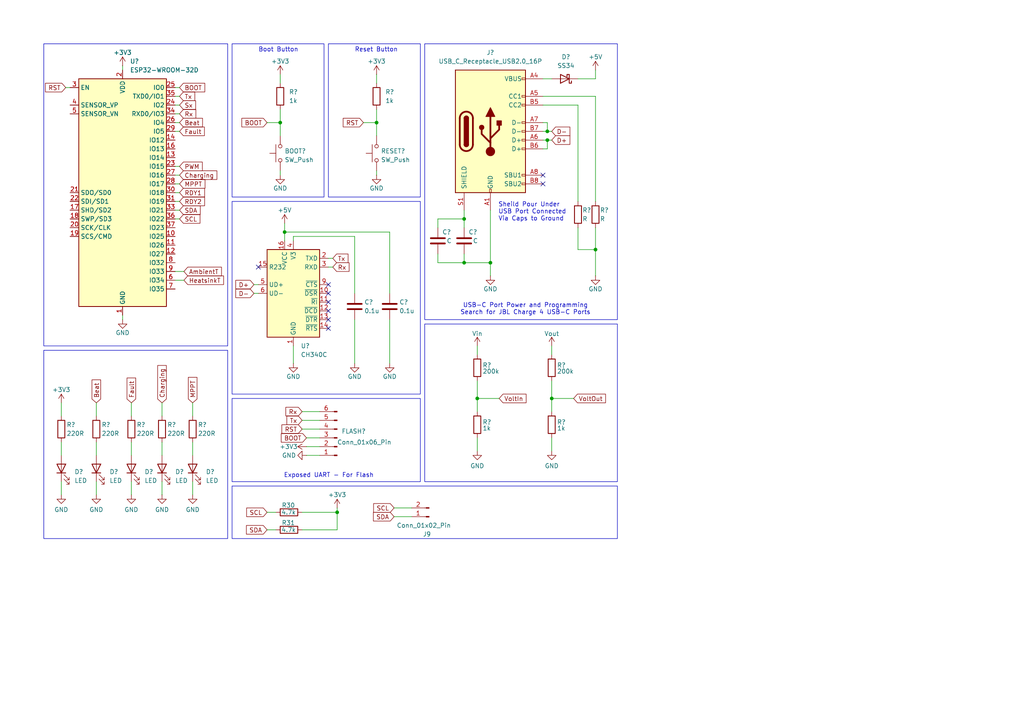
<source format=kicad_sch>
(kicad_sch (version 20250114) (generator "eeschema") (generator_version "9.0")
  (paper "A4")
  (lib_symbols
    (symbol "Connector:Conn_01x02_Pin" (pin_names (offset 1.016) (hide yes))
      (property "Reference" "J" (at 0 2.54 0))
      (property "Value" "Conn_01x02_Pin" (at 0 -5.08 0))
      (symbol "Conn_01x02_Pin_1_1"
        (rectangle (start 0.8636 0.127) (end 0 -0.127) (stroke (width 0.1524)) (fill (type outline)))
        (rectangle (start 0.8636 -2.413) (end 0 -2.667) (stroke (width 0.1524)) (fill (type outline)))
        (polyline (pts (xy 1.27 0) (xy 0.8636 0)) (stroke (width 0.1524)))
        (polyline (pts (xy 1.27 -2.54) (xy 0.8636 -2.54)) (stroke (width 0.1524)))
        (pin passive line (at 5.08 0 180) (length 3.81) (name "Pin_1") (number "1"))
        (pin passive line (at 5.08 -2.54 180) (length 3.81) (name "Pin_2") (number "2"))
      )
    )
    (symbol "Connector:Conn_01x06_Pin" (pin_names (offset 1.016) (hide yes))
      (property "Reference" "J" (at 0 7.62 0))
      (property "Value" "Conn_01x06_Pin" (at 0 -10.16 0))
      (symbol "Conn_01x06_Pin_1_1"
        (rectangle (start 0.8636 5.207) (end 0 4.953) (stroke (width 0.1524)) (fill (type outline)))
        (rectangle (start 0.8636 2.667) (end 0 2.413) (stroke (width 0.1524)) (fill (type outline)))
        (rectangle (start 0.8636 0.127) (end 0 -0.127) (stroke (width 0.1524)) (fill (type outline)))
        (rectangle (start 0.8636 -2.413) (end 0 -2.667) (stroke (width 0.1524)) (fill (type outline)))
        (rectangle (start 0.8636 -4.953) (end 0 -5.207) (stroke (width 0.1524)) (fill (type outline)))
        (rectangle (start 0.8636 -7.493) (end 0 -7.747) (stroke (width 0.1524)) (fill (type outline)))
        (polyline (pts (xy 1.27 5.08) (xy 0.8636 5.08)) (stroke (width 0.1524)))
        (polyline (pts (xy 1.27 2.54) (xy 0.8636 2.54)) (stroke (width 0.1524)))
        (polyline (pts (xy 1.27 0) (xy 0.8636 0)) (stroke (width 0.1524)))
        (polyline (pts (xy 1.27 -2.54) (xy 0.8636 -2.54)) (stroke (width 0.1524)))
        (polyline (pts (xy 1.27 -5.08) (xy 0.8636 -5.08)) (stroke (width 0.1524)))
        (polyline (pts (xy 1.27 -7.62) (xy 0.8636 -7.62)) (stroke (width 0.1524)))
        (pin passive line (at 5.08 5.08 180) (length 3.81) (name "Pin_1") (number "1"))
        (pin passive line (at 5.08 2.54 180) (length 3.81) (name "Pin_2") (number "2"))
        (pin passive line (at 5.08 0 180) (length 3.81) (name "Pin_3") (number "3"))
        (pin passive line (at 5.08 -2.54 180) (length 3.81) (name "Pin_4") (number "4"))
        (pin passive line (at 5.08 -5.08 180) (length 3.81) (name "Pin_5") (number "5"))
        (pin passive line (at 5.08 -7.62 180) (length 3.81) (name "Pin_6") (number "6"))
      )
    )
    (symbol "Connector:USB_C_Receptacle_USB2.0_16P" (pin_names (offset 1.016))
      (property "Reference" "J" (at 0 22.225 0))
      (property "Value" "USB_C_Receptacle_USB2.0_16P" (at 0 19.685 0))
      (symbol "USB_C_Receptacle_USB2.0_16P_0_0"
        (rectangle (start -0.254 -17.78) (end 0.254 -16.764))
        (rectangle (start 10.16 15.494) (end 9.144 14.986))
        (rectangle (start 10.16 10.414) (end 9.144 9.906))
        (rectangle (start 10.16 7.874) (end 9.144 7.366))
        (rectangle (start 10.16 2.794) (end 9.144 2.286))
        (rectangle (start 10.16 0.254) (end 9.144 -0.254))
        (rectangle (start 10.16 -2.286) (end 9.144 -2.794))
        (rectangle (start 10.16 -4.826) (end 9.144 -5.334))
        (rectangle (start 10.16 -12.446) (end 9.144 -12.954))
        (rectangle (start 10.16 -14.986) (end 9.144 -15.494))
      )
      (symbol "USB_C_Receptacle_USB2.0_16P_0_1"
        (rectangle (start -10.16 17.78) (end 10.16 -17.78) (stroke (width 0.254)) (fill (type background)))
        (polyline (pts (xy -8.89 -3.81) (xy -8.89 3.81)) (stroke (width 0.508)))
        (rectangle (start -7.62 -3.81) (end -6.35 3.81) (stroke (width 0.254)) (fill (type outline)))
        (arc (start -7.62 3.81) (mid -6.985 4.4423) (end -6.35 3.81) (stroke (width 0.254)))
        (arc (start -7.62 3.81) (mid -6.985 4.4423) (end -6.35 3.81) (stroke (width 0.254)) (fill (type outline)))
        (arc (start -8.89 3.81) (mid -6.985 5.7067) (end -5.08 3.81) (stroke (width 0.508)))
        (arc (start -5.08 -3.81) (mid -6.985 -5.7067) (end -8.89 -3.81) (stroke (width 0.508)))
        (arc (start -6.35 -3.81) (mid -6.985 -4.4423) (end -7.62 -3.81) (stroke (width 0.254)))
        (arc (start -6.35 -3.81) (mid -6.985 -4.4423) (end -7.62 -3.81) (stroke (width 0.254)) (fill (type outline)))
        (polyline (pts (xy -5.08 3.81) (xy -5.08 -3.81)) (stroke (width 0.508)))
        (circle (center -2.54 1.143) (radius 0.635) (stroke (width 0.254)) (fill (type outline)))
        (polyline (pts (xy -1.27 4.318) (xy 0 6.858) (xy 1.27 4.318) (xy -1.27 4.318)) (stroke (width 0.254)) (fill (type outline)))
        (polyline (pts (xy 0 -2.032) (xy 2.54 0.508) (xy 2.54 1.778)) (stroke (width 0.508)))
        (polyline (pts (xy 0 -3.302) (xy -2.54 -0.762) (xy -2.54 0.508)) (stroke (width 0.508)))
        (polyline (pts (xy 0 -5.842) (xy 0 4.318)) (stroke (width 0.508)))
        (circle (center 0 -5.842) (radius 1.27) (fill (type outline)))
        (rectangle (start 1.905 1.778) (end 3.175 3.048) (stroke (width 0.254)) (fill (type outline)))
      )
      (symbol "USB_C_Receptacle_USB2.0_16P_1_1"
        (pin passive line (at -7.62 -22.86 90) (length 5.08) (name "SHIELD") (number "S1"))
        (pin passive line (at 0 -22.86 90) (length 5.08) (name "GND") (number "A1"))
        (pin passive line (at 0 -22.86 90) (length 5.08) (hide yes) (name "GND") (number "A12"))
        (pin passive line (at 0 -22.86 90) (length 5.08) (hide yes) (name "GND") (number "B1"))
        (pin passive line (at 0 -22.86 90) (length 5.08) (hide yes) (name "GND") (number "B12"))
        (pin passive line (at 15.24 15.24 180) (length 5.08) (name "VBUS") (number "A4"))
        (pin passive line (at 15.24 15.24 180) (length 5.08) (hide yes) (name "VBUS") (number "A9"))
        (pin passive line (at 15.24 15.24 180) (length 5.08) (hide yes) (name "VBUS") (number "B4"))
        (pin passive line (at 15.24 15.24 180) (length 5.08) (hide yes) (name "VBUS") (number "B9"))
        (pin bidirectional line (at 15.24 10.16 180) (length 5.08) (name "CC1") (number "A5"))
        (pin bidirectional line (at 15.24 7.62 180) (length 5.08) (name "CC2") (number "B5"))
        (pin bidirectional line (at 15.24 2.54 180) (length 5.08) (name "D-") (number "A7"))
        (pin bidirectional line (at 15.24 0 180) (length 5.08) (name "D-") (number "B7"))
        (pin bidirectional line (at 15.24 -2.54 180) (length 5.08) (name "D+") (number "A6"))
        (pin bidirectional line (at 15.24 -5.08 180) (length 5.08) (name "D+") (number "B6"))
        (pin bidirectional line (at 15.24 -12.7 180) (length 5.08) (name "SBU1") (number "A8"))
        (pin bidirectional line (at 15.24 -15.24 180) (length 5.08) (name "SBU2") (number "B8"))
      )
    )
    (symbol "Device:C" (pin_numbers (hide yes)) (pin_names (offset 0.254))
      (property "Reference" "C" (at 0.635 2.54 0))
      (property "Value" "C" (at 0.635 -2.54 0))
      (symbol "C_0_1"
        (polyline (pts (xy -2.032 0.762) (xy 2.032 0.762)) (stroke (width 0.508)))
        (polyline (pts (xy -2.032 -0.762) (xy 2.032 -0.762)) (stroke (width 0.508)))
      )
      (symbol "C_1_1"
        (pin passive line (at 0 3.81 270) (length 2.794) (name "~") (number "1"))
        (pin passive line (at 0 -3.81 90) (length 2.794) (name "~") (number "2"))
      )
    )
    (symbol "Device:LED" (pin_numbers (hide yes)) (pin_names (offset 1.016) (hide yes))
      (property "Reference" "D" (at 0 2.54 0))
      (property "Value" "LED" (at 0 -2.54 0))
      (symbol "LED_0_1"
        (polyline (pts (xy -3.048 -0.762) (xy -4.572 -2.286) (xy -3.81 -2.286) (xy -4.572 -2.286) (xy -4.572 -1.524)))
        (polyline (pts (xy -1.778 -0.762) (xy -3.302 -2.286) (xy -2.54 -2.286) (xy -3.302 -2.286) (xy -3.302 -1.524)))
        (polyline (pts (xy -1.27 0) (xy 1.27 0)))
        (polyline (pts (xy -1.27 -1.27) (xy -1.27 1.27)) (stroke (width 0.254)))
        (polyline (pts (xy 1.27 -1.27) (xy 1.27 1.27) (xy -1.27 0) (xy 1.27 -1.27)) (stroke (width 0.254)))
      )
      (symbol "LED_1_1"
        (pin passive line (at -3.81 0 0) (length 2.54) (name "K") (number "1"))
        (pin passive line (at 3.81 0 180) (length 2.54) (name "A") (number "2"))
      )
    )
    (symbol "Device:R" (pin_numbers (hide yes)) (pin_names (offset 0))
      (property "Reference" "R" (at 2.032 0 90))
      (property "Value" "R" (at 0 0 90))
      (symbol "R_0_1"
        (rectangle (start -1.016 -2.54) (end 1.016 2.54) (stroke (width 0.254)))
      )
      (symbol "R_1_1"
        (pin passive line (at 0 3.81 270) (length 1.27) (name "~") (number "1"))
        (pin passive line (at 0 -3.81 90) (length 1.27) (name "~") (number "2"))
      )
    )
    (symbol "Diode:SS34" (pin_numbers (hide yes)) (pin_names (offset 1.016) (hide yes))
      (property "Reference" "D" (at 0 2.54 0))
      (property "Value" "SS34" (at 0 -2.54 0))
      (symbol "SS34_0_1"
        (polyline (pts (xy -1.905 0.635) (xy -1.905 1.27) (xy -1.27 1.27) (xy -1.27 -1.27) (xy -0.635 -1.27) (xy -0.635 -0.635)) (stroke (width 0.254)))
        (polyline (pts (xy 1.27 1.27) (xy 1.27 -1.27) (xy -1.27 0) (xy 1.27 1.27)) (stroke (width 0.254)))
        (polyline (pts (xy 1.27 0) (xy -1.27 0)))
      )
      (symbol "SS34_1_1"
        (pin passive line (at -3.81 0 0) (length 2.54) (name "K") (number "1"))
        (pin passive line (at 3.81 0 180) (length 2.54) (name "A") (number "2"))
      )
    )
    (symbol "Interface_USB:CH340C"
      (property "Reference" "U" (at -5.08 13.97 0))
      (property "Value" "CH340C" (at 1.27 13.97 0))
      (symbol "CH340C_0_1"
        (rectangle (start -7.62 12.7) (end 7.62 -12.7) (stroke (width 0.254)) (fill (type background)))
      )
      (symbol "CH340C_1_1"
        (pin input line (at -10.16 7.62 0) (length 2.54) (name "R232") (number "15"))
        (pin bidirectional line (at -10.16 2.54 0) (length 2.54) (name "UD+") (number "5"))
        (pin bidirectional line (at -10.16 0 0) (length 2.54) (name "UD-") (number "6"))
        (pin no_connect line (at -7.62 -5.08 0) (length 2.54) (hide yes) (name "NC") (number "7"))
        (pin no_connect line (at -7.62 -7.62 0) (length 2.54) (hide yes) (name "NC") (number "8"))
        (pin power_in line (at -2.54 15.24 270) (length 2.54) (name "VCC") (number "16"))
        (pin power_out line (at 0 15.24 270) (length 2.54) (name "V3") (number "4"))
        (pin power_in line (at 0 -15.24 90) (length 2.54) (name "GND") (number "1"))
        (pin output line (at 10.16 10.16 180) (length 2.54) (name "TXD") (number "2"))
        (pin input line (at 10.16 7.62 180) (length 2.54) (name "RXD") (number "3"))
        (pin input line (at 10.16 2.54 180) (length 2.54) (name "~{CTS}") (number "9"))
        (pin input line (at 10.16 0 180) (length 2.54) (name "~{DSR}") (number "10"))
        (pin input line (at 10.16 -2.54 180) (length 2.54) (name "~{RI}") (number "11"))
        (pin input line (at 10.16 -5.08 180) (length 2.54) (name "~{DCD}") (number "12"))
        (pin output line (at 10.16 -7.62 180) (length 2.54) (name "~{DTR}") (number "13"))
        (pin output line (at 10.16 -10.16 180) (length 2.54) (name "~{RTS}") (number "14"))
      )
    )
    (symbol "RF_Module:ESP32-WROOM-32D"
      (property "Reference" "U" (at -12.7 34.29 0))
      (property "Value" "ESP32-WROOM-32D" (at 1.27 34.29 0))
      (symbol "ESP32-WROOM-32D_0_1"
        (rectangle (start -12.7 33.02) (end 12.7 -33.02) (stroke (width 0.254)) (fill (type background)))
      )
      (symbol "ESP32-WROOM-32D_1_1"
        (pin input line (at -15.24 30.48 0) (length 2.54) (name "EN") (number "3"))
        (pin input line (at -15.24 25.4 0) (length 2.54) (name "SENSOR_VP") (number "4"))
        (pin input line (at -15.24 22.86 0) (length 2.54) (name "SENSOR_VN") (number "5"))
        (pin bidirectional line (at -15.24 0 0) (length 2.54) (name "SDO/SD0") (number "21"))
        (pin bidirectional line (at -15.24 -2.54 0) (length 2.54) (name "SDI/SD1") (number "22"))
        (pin bidirectional line (at -15.24 -5.08 0) (length 2.54) (name "SHD/SD2") (number "17"))
        (pin bidirectional line (at -15.24 -7.62 0) (length 2.54) (name "SWP/SD3") (number "18"))
        (pin bidirectional line (at -15.24 -10.16 0) (length 2.54) (name "SCK/CLK") (number "20"))
        (pin bidirectional line (at -15.24 -12.7 0) (length 2.54) (name "SCS/CMD") (number "19"))
        (pin no_connect line (at -12.7 -27.94 0) (length 2.54) (hide yes) (name "NC") (number "32"))
        (pin power_in line (at 0 35.56 270) (length 2.54) (name "VDD") (number "2"))
        (pin power_in line (at 0 -35.56 90) (length 2.54) (name "GND") (number "1"))
        (pin passive line (at 0 -35.56 90) (length 2.54) (hide yes) (name "GND") (number "15"))
        (pin passive line (at 0 -35.56 90) (length 2.54) (hide yes) (name "GND") (number "38"))
        (pin passive line (at 0 -35.56 90) (length 2.54) (hide yes) (name "GND") (number "39"))
        (pin bidirectional line (at 15.24 30.48 180) (length 2.54) (name "IO0") (number "25"))
        (pin bidirectional line (at 15.24 27.94 180) (length 2.54) (name "TXD0/IO1") (number "35"))
        (pin bidirectional line (at 15.24 25.4 180) (length 2.54) (name "IO2") (number "24"))
        (pin bidirectional line (at 15.24 22.86 180) (length 2.54) (name "RXD0/IO3") (number "34"))
        (pin bidirectional line (at 15.24 20.32 180) (length 2.54) (name "IO4") (number "26"))
        (pin bidirectional line (at 15.24 17.78 180) (length 2.54) (name "IO5") (number "29"))
        (pin bidirectional line (at 15.24 15.24 180) (length 2.54) (name "IO12") (number "14"))
        (pin bidirectional line (at 15.24 12.7 180) (length 2.54) (name "IO13") (number "16"))
        (pin bidirectional line (at 15.24 10.16 180) (length 2.54) (name "IO14") (number "13"))
        (pin bidirectional line (at 15.24 7.62 180) (length 2.54) (name "IO15") (number "23"))
        (pin bidirectional line (at 15.24 5.08 180) (length 2.54) (name "IO16") (number "27"))
        (pin bidirectional line (at 15.24 2.54 180) (length 2.54) (name "IO17") (number "28"))
        (pin bidirectional line (at 15.24 0 180) (length 2.54) (name "IO18") (number "30"))
        (pin bidirectional line (at 15.24 -2.54 180) (length 2.54) (name "IO19") (number "31"))
        (pin bidirectional line (at 15.24 -5.08 180) (length 2.54) (name "IO21") (number "33"))
        (pin bidirectional line (at 15.24 -7.62 180) (length 2.54) (name "IO22") (number "36"))
        (pin bidirectional line (at 15.24 -10.16 180) (length 2.54) (name "IO23") (number "37"))
        (pin bidirectional line (at 15.24 -12.7 180) (length 2.54) (name "IO25") (number "10"))
        (pin bidirectional line (at 15.24 -15.24 180) (length 2.54) (name "IO26") (number "11"))
        (pin bidirectional line (at 15.24 -17.78 180) (length 2.54) (name "IO27") (number "12"))
        (pin bidirectional line (at 15.24 -20.32 180) (length 2.54) (name "IO32") (number "8"))
        (pin bidirectional line (at 15.24 -22.86 180) (length 2.54) (name "IO33") (number "9"))
        (pin input line (at 15.24 -25.4 180) (length 2.54) (name "IO34") (number "6"))
        (pin input line (at 15.24 -27.94 180) (length 2.54) (name "IO35") (number "7"))
      )
    )
    (symbol "Switch:SW_Push" (pin_numbers (hide yes)) (pin_names (offset 1.016) (hide yes))
      (property "Reference" "SW" (at 1.27 2.54 0))
      (property "Value" "SW_Push" (at 0 -1.524 0))
      (symbol "SW_Push_0_1"
        (circle (center -2.032 0) (radius 0.508))
        (polyline (pts (xy 0 1.27) (xy 0 3.048)))
        (circle (center 2.032 0) (radius 0.508))
        (polyline (pts (xy 2.54 1.27) (xy -2.54 1.27)))
        (pin passive line (at -5.08 0 0) (length 2.54) (name "1") (number "1"))
        (pin passive line (at 5.08 0 180) (length 2.54) (name "2") (number "2"))
      )
    )
    (symbol "power:+3V3" (power) (pin_numbers (hide yes)) (pin_names (offset 0) (hide yes))
      (property "Value" "+3V3" (at 0 3.556 0))
      (symbol "+3V3_0_1"
        (polyline (pts (xy -0.762 1.27) (xy 0 2.54)))
        (polyline (pts (xy 0 2.54) (xy 0.762 1.27)))
        (polyline (pts (xy 0 0) (xy 0 2.54)))
      )
      (symbol "+3V3_1_1"
        (pin power_in line (at 0 0 90) (length 0) (name "~") (number "1"))
      )
    )
    (symbol "power:+5V" (power) (pin_names (offset 0))
      (property "Value" "+5V" (at 0 3.556 0))
      (symbol "+5V_0_1"
        (polyline (pts (xy -0.762 1.27) (xy 0 2.54)))
        (polyline (pts (xy 0 2.54) (xy 0.762 1.27)))
        (polyline (pts (xy 0 0) (xy 0 2.54)))
      )
      (symbol "+5V_1_1"
        (pin power_in line (at 0 0 90) (length 0) (hide yes) (name "+5V") (number "1"))
      )
    )
    (symbol "power:GND" (power) (pin_numbers (hide yes)) (pin_names (offset 0) (hide yes))
      (property "Value" "GND" (at 0 -3.81 0))
      (symbol "GND_0_1"
        (polyline (pts (xy 0 0) (xy 0 -1.27) (xy 1.27 -1.27) (xy 0 -2.54) (xy -1.27 -1.27) (xy 0 -1.27)))
      )
      (symbol "GND_1_1"
        (pin power_in line (at 0 0 270) (length 0) (name "~") (number "1"))
      )
    )
    (symbol "power:VAA" (power) (pin_numbers (hide yes)) (pin_names (offset 0) (hide yes))
      (property "Value" "VAA" (at 0 3.556 0))
      (symbol "VAA_0_1"
        (polyline (pts (xy -0.762 1.27) (xy 0 2.54)))
        (polyline (pts (xy 0 2.54) (xy 0.762 1.27)))
        (polyline (pts (xy 0 0) (xy 0 2.54)))
      )
      (symbol "VAA_1_1"
        (pin power_in line (at 0 0 90) (length 0) (name "~") (number "1"))
      )
    )
  )
  (rectangle (start 67.31 58.42) (end 121.92 114.3))
  (rectangle (start 67.31 115.57) (end 121.92 139.7))
  (rectangle (start 67.31 12.7) (end 93.98 57.15))
  (rectangle (start 12.7 101.6) (end 66.04 156.21))
  (rectangle (start 123.19 93.98) (end 179.07 139.7))
  (rectangle (start 95.25 12.7) (end 121.92 57.15))
  (rectangle (start 67.31 140.97) (end 179.07 156.21))
  (rectangle (start 12.7 12.7) (end 66.04 100.33))
  (rectangle (start 123.19 12.7) (end 179.07 92.71))
  (text "Exposed UART - For Flash" (at 82.296 138.684 0) (effects (font (size 1.27 1.27)) (justify left bottom)))
  (text "Reset Button" (at 102.87 15.24 0) (effects (font (size 1.27 1.27)) (justify left bottom)))
  (text "Boot Button" (at 74.93 15.24 0) (effects (font (size 1.27 1.27)) (justify left bottom)))
  (text "Sheild Pour Under\nUSB Port Connected\nVia Caps to Ground" (at 144.526 64.262 0) (effects (font (size 1.27 1.27)) (justify left bottom)))
  (text "USB-C Port Power and Programming\nSearch for JBL Charge 4 USB-C Ports" (at 152.4 91.44 0) (effects (font (size 1.27 1.27)) (justify bottom)))
  (junction (at 134.62 63.5))
  (junction (at 97.79 148.59))
  (junction (at 109.22 35.56))
  (junction (at 138.43 115.57))
  (junction (at 158.75 40.64))
  (junction (at 160.02 115.57))
  (junction (at 172.72 72.39))
  (junction (at 82.55 67.31))
  (junction (at 134.62 76.2))
  (junction (at 158.75 38.1))
  (junction (at 81.28 35.56))
  (junction (at 142.24 76.2))
  (no_connect (at 157.48 53.34))
  (no_connect (at 74.93 77.47))
  (no_connect (at 95.25 90.17))
  (no_connect (at 95.25 87.63))
  (no_connect (at 95.25 95.25))
  (no_connect (at 157.48 50.8))
  (no_connect (at 95.25 92.71))
  (no_connect (at 95.25 82.55))
  (no_connect (at 95.25 85.09))
  (wire (pts (xy 158.75 40.64) (xy 160.02 40.64)))
  (wire (pts (xy 160.02 127) (xy 160.02 130.81)))
  (wire (pts (xy 53.34 78.74) (xy 50.8 78.74)))
  (wire (pts (xy 167.64 30.48) (xy 157.48 30.48)))
  (wire (pts (xy 158.75 38.1) (xy 158.75 35.56)))
  (wire (pts (xy 127 73.66) (xy 127 76.2)))
  (wire (pts (xy 50.8 58.42) (xy 52.07 58.42)))
  (wire (pts (xy 46.99 139.7) (xy 46.99 143.51)))
  (wire (pts (xy 113.03 85.09) (xy 113.03 67.31)))
  (wire (pts (xy 172.72 66.04) (xy 172.72 72.39)))
  (wire (pts (xy 158.75 43.18) (xy 158.75 40.64)))
  (wire (pts (xy 46.99 128.27) (xy 46.99 132.08)))
  (wire (pts (xy 142.24 60.96) (xy 142.24 76.2)))
  (wire (pts (xy 127 63.5) (xy 127 66.04)))
  (wire (pts (xy 157.48 22.86) (xy 160.02 22.86)))
  (wire (pts (xy 85.09 100.33) (xy 85.09 105.41)))
  (wire (pts (xy 114.3 147.32) (xy 119.38 147.32)))
  (wire (pts (xy 55.88 139.7) (xy 55.88 143.51)))
  (wire (pts (xy 50.8 60.96) (xy 52.07 60.96)))
  (wire (pts (xy 167.64 72.39) (xy 172.72 72.39)))
  (wire (pts (xy 172.72 27.94) (xy 157.48 27.94)))
  (wire (pts (xy 134.62 63.5) (xy 134.62 66.04)))
  (wire (pts (xy 82.55 67.31) (xy 82.55 69.85)))
  (wire (pts (xy 172.72 58.42) (xy 172.72 27.94)))
  (wire (pts (xy 172.72 22.86) (xy 172.72 20.32)))
  (wire (pts (xy 160.02 115.57) (xy 166.37 115.57)))
  (wire (pts (xy 50.8 48.26) (xy 52.07 48.26)))
  (wire (pts (xy 138.43 110.49) (xy 138.43 115.57)))
  (wire (pts (xy 50.8 38.1) (xy 52.07 38.1)))
  (wire (pts (xy 50.8 27.94) (xy 52.07 27.94)))
  (wire (pts (xy 102.87 92.71) (xy 102.87 105.41)))
  (wire (pts (xy 138.43 115.57) (xy 138.43 119.38)))
  (wire (pts (xy 87.63 121.92) (xy 92.71 121.92)))
  (wire (pts (xy 109.22 31.75) (xy 109.22 35.56)))
  (wire (pts (xy 27.94 139.7) (xy 27.94 143.51)))
  (wire (pts (xy 97.79 147.32) (xy 97.79 148.59)))
  (wire (pts (xy 85.09 68.58) (xy 85.09 69.85)))
  (wire (pts (xy 138.43 127) (xy 138.43 130.81)))
  (wire (pts (xy 134.62 76.2) (xy 142.24 76.2)))
  (wire (pts (xy 50.8 50.8) (xy 52.07 50.8)))
  (wire (pts (xy 17.78 139.7) (xy 17.78 143.51)))
  (wire (pts (xy 157.48 35.56) (xy 158.75 35.56)))
  (wire (pts (xy 114.3 149.86) (xy 119.38 149.86)))
  (wire (pts (xy 17.78 116.84) (xy 17.78 120.65)))
  (wire (pts (xy 35.56 19.05) (xy 35.56 20.32)))
  (wire (pts (xy 127 76.2) (xy 134.62 76.2)))
  (wire (pts (xy 81.28 35.56) (xy 81.28 39.37)))
  (wire (pts (xy 17.78 128.27) (xy 17.78 132.08)))
  (wire (pts (xy 138.43 100.33) (xy 138.43 102.87)))
  (wire (pts (xy 142.24 76.2) (xy 142.24 80.01)))
  (wire (pts (xy 53.34 81.28) (xy 50.8 81.28)))
  (wire (pts (xy 46.99 116.84) (xy 46.99 120.65)))
  (wire (pts (xy 127 63.5) (xy 134.62 63.5)))
  (wire (pts (xy 50.8 63.5) (xy 52.07 63.5)))
  (wire (pts (xy 55.88 116.84) (xy 55.88 120.65)))
  (wire (pts (xy 95.25 74.93) (xy 96.52 74.93)))
  (wire (pts (xy 87.63 124.46) (xy 92.71 124.46)))
  (wire (pts (xy 105.41 35.56) (xy 109.22 35.56)))
  (wire (pts (xy 172.72 72.39) (xy 172.72 80.01)))
  (wire (pts (xy 38.1 116.84) (xy 38.1 120.65)))
  (wire (pts (xy 160.02 115.57) (xy 160.02 119.38)))
  (wire (pts (xy 82.55 64.77) (xy 82.55 67.31)))
  (wire (pts (xy 160.02 110.49) (xy 160.02 115.57)))
  (wire (pts (xy 134.62 73.66) (xy 134.62 76.2)))
  (wire (pts (xy 95.25 77.47) (xy 96.52 77.47)))
  (wire (pts (xy 88.9 129.54) (xy 92.71 129.54)))
  (wire (pts (xy 109.22 35.56) (xy 109.22 39.37)))
  (wire (pts (xy 157.48 38.1) (xy 158.75 38.1)))
  (wire (pts (xy 113.03 67.31) (xy 82.55 67.31)))
  (wire (pts (xy 113.03 92.71) (xy 113.03 105.41)))
  (wire (pts (xy 134.62 60.96) (xy 134.62 63.5)))
  (wire (pts (xy 157.48 40.64) (xy 158.75 40.64)))
  (wire (pts (xy 167.64 66.04) (xy 167.64 72.39)))
  (wire (pts (xy 88.9 132.08) (xy 92.71 132.08)))
  (wire (pts (xy 35.56 91.44) (xy 35.56 92.71)))
  (wire (pts (xy 50.8 53.34) (xy 52.07 53.34)))
  (wire (pts (xy 81.28 31.75) (xy 81.28 35.56)))
  (wire (pts (xy 77.47 153.67) (xy 80.01 153.67)))
  (wire (pts (xy 157.48 43.18) (xy 158.75 43.18)))
  (wire (pts (xy 88.9 127) (xy 92.71 127)))
  (wire (pts (xy 50.8 25.4) (xy 52.07 25.4)))
  (wire (pts (xy 38.1 128.27) (xy 38.1 132.08)))
  (wire (pts (xy 81.28 21.59) (xy 81.28 24.13)))
  (wire (pts (xy 102.87 68.58) (xy 85.09 68.58)))
  (wire (pts (xy 52.07 35.56) (xy 50.8 35.56)))
  (wire (pts (xy 73.66 85.09) (xy 74.93 85.09)))
  (wire (pts (xy 50.8 33.02) (xy 52.07 33.02)))
  (wire (pts (xy 160.02 100.33) (xy 160.02 102.87)))
  (wire (pts (xy 97.79 153.67) (xy 97.79 148.59)))
  (wire (pts (xy 52.07 30.48) (xy 50.8 30.48)))
  (wire (pts (xy 73.66 82.55) (xy 74.93 82.55)))
  (wire (pts (xy 81.28 49.53) (xy 81.28 50.8)))
  (wire (pts (xy 109.22 49.53) (xy 109.22 50.8)))
  (wire (pts (xy 87.63 153.67) (xy 97.79 153.67)))
  (wire (pts (xy 158.75 38.1) (xy 160.02 38.1)))
  (wire (pts (xy 27.94 128.27) (xy 27.94 132.08)))
  (wire (pts (xy 138.43 115.57) (xy 144.78 115.57)))
  (wire (pts (xy 27.94 116.84) (xy 27.94 120.65)))
  (wire (pts (xy 55.88 128.27) (xy 55.88 132.08)))
  (wire (pts (xy 87.63 119.38) (xy 92.71 119.38)))
  (wire (pts (xy 19.05 25.4) (xy 20.32 25.4)))
  (wire (pts (xy 109.22 21.59) (xy 109.22 24.13)))
  (wire (pts (xy 87.63 148.59) (xy 97.79 148.59)))
  (wire (pts (xy 50.8 55.88) (xy 52.07 55.88)))
  (wire (pts (xy 38.1 139.7) (xy 38.1 143.51)))
  (wire (pts (xy 77.47 148.59) (xy 80.01 148.59)))
  (wire (pts (xy 167.64 58.42) (xy 167.64 30.48)))
  (wire (pts (xy 102.87 85.09) (xy 102.87 68.58)))
  (wire (pts (xy 77.47 35.56) (xy 81.28 35.56)))
  (wire (pts (xy 167.64 22.86) (xy 172.72 22.86)))
  (global_label "RST" (shape input) (at 87.63 124.46 180) (property "Intersheetrefs" "${INTERSHEET_REFS}" (effects (hide yes))))
  (global_label "Fault" (shape input) (at 52.07 38.1 0) (property "Intersheetrefs" "${INTERSHEET_REFS}" (effects (hide yes))))
  (global_label "Fault" (shape input) (at 38.1 116.84 90) (property "Intersheetrefs" "${INTERSHEET_REFS}" (effects (hide yes))))
  (global_label "Rx" (shape input) (at 52.07 33.02 0) (property "Intersheetrefs" "${INTERSHEET_REFS}" (effects (hide yes))))
  (global_label "Sx" (shape input) (at 52.07 30.48 0) (property "Intersheetrefs" "${INTERSHEET_REFS}" (effects (hide yes))))
  (global_label "Tx" (shape input) (at 96.52 74.93 0) (property "Intersheetrefs" "${INTERSHEET_REFS}" (effects (hide yes))))
  (global_label "RST" (shape input) (at 19.05 25.4 180) (property "Intersheetrefs" "${INTERSHEET_REFS}" (effects (hide yes))))
  (global_label "Tx" (shape input) (at 87.63 121.92 180) (property "Intersheetrefs" "${INTERSHEET_REFS}" (effects (hide yes))))
  (global_label "SCL" (shape input) (at 77.47 148.59 180) (property "Intersheetrefs" "${INTERSHEET_REFS}" (effects (hide yes))))
  (global_label "MPPT" (shape input) (at 52.07 53.34 0) (property "Intersheetrefs" "${INTERSHEET_REFS}" (effects (hide yes))))
  (global_label "Charging" (shape input) (at 52.07 50.8 0) (property "Intersheetrefs" "${INTERSHEET_REFS}" (effects (hide yes))))
  (global_label "D-" (shape input) (at 73.66 85.09 180) (property "Intersheetrefs" "${INTERSHEET_REFS}" (effects (hide yes))))
  (global_label "Charging" (shape input) (at 46.99 116.84 90) (property "Intersheetrefs" "${INTERSHEET_REFS}" (effects (hide yes))))
  (global_label "RDY1" (shape input) (at 52.07 55.88 0) (property "Intersheetrefs" "${INTERSHEET_REFS}" (effects (hide yes))))
  (global_label "Rx" (shape input) (at 96.52 77.47 0) (property "Intersheetrefs" "${INTERSHEET_REFS}" (effects (hide yes))))
  (global_label "AmbientT" (shape input) (at 53.34 78.74 0) (property "Intersheetrefs" "${INTERSHEET_REFS}" (effects (hide yes))))
  (global_label "D-" (shape input) (at 160.02 38.1 0) (property "Intersheetrefs" "${INTERSHEET_REFS}" (effects (hide yes))))
  (global_label "SCL" (shape input) (at 114.3 147.32 180) (property "Intersheetrefs" "${INTERSHEET_REFS}" (effects (hide yes))))
  (global_label "BOOT" (shape input) (at 77.47 35.56 180) (property "Intersheetrefs" "${INTERSHEET_REFS}" (effects (hide yes))))
  (global_label "HeatsinkT" (shape input) (at 53.34 81.28 0) (property "Intersheetrefs" "${INTERSHEET_REFS}" (effects (hide yes))))
  (global_label "VoltOut" (shape input) (at 166.37 115.57 0) (property "Intersheetrefs" "${INTERSHEET_REFS}" (effects (hide yes))))
  (global_label "Tx" (shape input) (at 52.07 27.94 0) (property "Intersheetrefs" "${INTERSHEET_REFS}" (effects (hide yes))))
  (global_label "RDY2" (shape input) (at 52.07 58.42 0) (property "Intersheetrefs" "${INTERSHEET_REFS}" (effects (hide yes))))
  (global_label "SDA" (shape input) (at 52.07 60.96 0) (property "Intersheetrefs" "${INTERSHEET_REFS}" (effects (hide yes))))
  (global_label "RST" (shape input) (at 105.41 35.56 180) (property "Intersheetrefs" "${INTERSHEET_REFS}" (effects (hide yes))))
  (global_label "BOOT" (shape input) (at 88.9 127 180) (property "Intersheetrefs" "${INTERSHEET_REFS}" (effects (hide yes))))
  (global_label "Beat" (shape input) (at 27.94 116.84 90) (property "Intersheetrefs" "${INTERSHEET_REFS}" (effects (hide yes))))
  (global_label "Rx" (shape input) (at 87.63 119.38 180) (property "Intersheetrefs" "${INTERSHEET_REFS}" (effects (hide yes))))
  (global_label "SDA" (shape input) (at 114.3 149.86 180) (property "Intersheetrefs" "${INTERSHEET_REFS}" (effects (hide yes))))
  (global_label "D+" (shape input) (at 73.66 82.55 180) (property "Intersheetrefs" "${INTERSHEET_REFS}" (effects (hide yes))))
  (global_label "Beat" (shape input) (at 52.07 35.56 0) (property "Intersheetrefs" "${INTERSHEET_REFS}" (effects (hide yes))))
  (global_label "D+" (shape input) (at 160.02 40.64 0) (property "Intersheetrefs" "${INTERSHEET_REFS}" (effects (hide yes))))
  (global_label "MPPT" (shape input) (at 55.88 116.84 90) (property "Intersheetrefs" "${INTERSHEET_REFS}" (effects (hide yes))))
  (global_label "BOOT" (shape input) (at 52.07 25.4 0) (property "Intersheetrefs" "${INTERSHEET_REFS}" (effects (hide yes))))
  (global_label "SCL" (shape input) (at 52.07 63.5 0) (property "Intersheetrefs" "${INTERSHEET_REFS}" (effects (hide yes))))
  (global_label "PWM" (shape input) (at 52.07 48.26 0) (property "Intersheetrefs" "${INTERSHEET_REFS}" (effects (hide yes))))
  (global_label "VoltIn" (shape input) (at 144.78 115.57 0) (property "Intersheetrefs" "${INTERSHEET_REFS}" (effects (hide yes))))
  (global_label "SDA" (shape input) (at 77.47 153.67 180) (property "Intersheetrefs" "${INTERSHEET_REFS}" (effects (hide yes))))
  (symbol (lib_id "Device:R") (at 83.82 153.67 90) (unit 1)
    (property "Reference" "R31" (at 85.598 151.638 90) (effects (justify left)))
    (property "Value" "4.7k" (at 85.852 153.67 90) (effects (justify left)))
    (property "Footprint" "Resistor_SMD:R_0603_1608Metric_Pad0.98x0.95mm_HandSolder" (effects (hide yes)))
    (property "Description" "Resistor" (effects (hide yes)))
  )
  (symbol (lib_id "Device:R") (at 55.88 124.46 0) (unit 1)
    (property "Reference" "R?" (at 57.404 123.19 0) (effects (justify left)))
    (property "Value" "220R" (at 57.404 125.73 0) (effects (justify left)))
    (property "Footprint" "LED_SMD:LED_0805_2012Metric_Pad1.15x1.40mm_HandSolder" (effects (hide yes)))
    (property "Description" "Resistor" (effects (hide yes)))
  )
  (symbol (lib_id "Device:LED") (at 55.88 135.89 90) (unit 1)
    (property "Reference" "D?" (at 59.69 136.8425 90) (effects (justify right)))
    (property "Value" "LED" (at 59.69 139.3825 90) (effects (justify right)))
    (property "Footprint" "LED_SMD:LED_1206_3216Metric_Pad1.42x1.75mm_HandSolder" (effects (hide yes)))
  )
  (symbol (lib_id "Device:LED") (at 17.78 135.89 90) (unit 1)
    (property "Reference" "D?" (at 21.59 136.8425 90) (effects (justify right)))
    (property "Value" "LED" (at 21.59 139.3825 90) (effects (justify right)))
    (property "Footprint" "LED_SMD:LED_1206_3216Metric_Pad1.42x1.75mm_HandSolder" (effects (hide yes)))
  )
  (symbol (lib_id "power:GND") (at 85.09 105.41 0) (unit 1)
    (property "Reference" "#PWR?" (effects (hide yes)))
    (property "Value" "GND" (at 85.09 109.22 0))
  )
  (symbol (lib_id "Device:LED") (at 46.99 135.89 90) (unit 1)
    (property "Reference" "D?" (at 50.8 136.8425 90) (effects (justify right)))
    (property "Value" "LED" (at 50.8 139.3825 90) (effects (justify right)))
    (property "Footprint" "LED_SMD:LED_1206_3216Metric_Pad1.42x1.75mm_HandSolder" (effects (hide yes)))
  )
  (symbol (lib_id "Switch:SW_Push") (at 109.22 44.45 90) (unit 1)
    (property "Reference" "RESET?" (at 110.49 43.815 90) (effects (justify right)))
    (property "Value" "SW_Push" (at 110.49 46.355 90) (effects (justify right)))
    (property "Footprint" "Button_Switch_SMD:SW_Push_1P1T_XKB_TS-1187A" (effects (hide yes)))
  )
  (symbol (lib_id "power:GND") (at 35.56 92.71 0) (unit 1)
    (property "Reference" "#PWR?" (effects (hide yes)))
    (property "Value" "GND" (at 35.56 96.52 0))
  )
  (symbol (lib_id "power:GND") (at 102.87 105.41 0) (unit 1)
    (property "Reference" "#PWR?" (effects (hide yes)))
    (property "Value" "GND" (at 102.87 109.22 0))
  )
  (symbol (lib_id "Device:R") (at 172.72 62.23 0) (unit 1)
    (property "Reference" "R?" (at 173.99 60.96 0) (effects (justify left)))
    (property "Value" "R" (at 173.99 63.5 0) (effects (justify left)))
    (property "Footprint" "Capacitor_SMD:C_0603_1608Metric_Pad1.08x0.95mm_HandSolder" (effects (hide yes)))
  )
  (symbol (lib_id "power:VAA") (at 138.43 100.33 0) (unit 1)
    (property "Reference" "#PWR?" (effects (hide yes)))
    (property "Value" "Vin" (at 138.43 96.774 0))
    (property "Description" "Power symbol creates a global label with name \"VAA\"" (effects (hide yes)))
  )
  (symbol (lib_id "Device:C") (at 113.03 88.9 0) (unit 1)
    (property "Reference" "C?" (at 115.824 87.63 0) (effects (justify left)))
    (property "Value" "0.1u" (at 115.824 90.17 0) (effects (justify left)))
    (property "Footprint" "Capacitor_SMD:C_0603_1608Metric_Pad1.08x0.95mm_HandSolder" (effects (hide yes)))
    (property "Description" "Unpolarized capacitor" (effects (hide yes)))
  )
  (symbol (lib_id "power:GND") (at 46.99 143.51 0) (unit 1)
    (property "Reference" "#PWR?" (effects (hide yes)))
    (property "Value" "GND" (at 46.99 147.828 0))
    (property "Description" "Power symbol creates a global label with name \"GND\" , ground" (effects (hide yes)))
  )
  (symbol (lib_id "power:GND") (at 17.78 143.51 0) (unit 1)
    (property "Reference" "#PWR?" (effects (hide yes)))
    (property "Value" "GND" (at 17.78 147.828 0))
    (property "Description" "Power symbol creates a global label with name \"GND\" , ground" (effects (hide yes)))
  )
  (symbol (lib_id "power:+3V3") (at 81.28 21.59 0) (unit 1)
    (property "Reference" "#PWR?" (effects (hide yes)))
    (property "Value" "+3V3" (at 81.28 17.78 0))
  )
  (symbol (lib_id "Device:R") (at 17.78 124.46 0) (unit 1)
    (property "Reference" "R?" (at 19.304 123.19 0) (effects (justify left)))
    (property "Value" "220R" (at 19.304 125.73 0) (effects (justify left)))
    (property "Footprint" "LED_SMD:LED_0805_2012Metric_Pad1.15x1.40mm_HandSolder" (effects (hide yes)))
    (property "Description" "Resistor" (effects (hide yes)))
  )
  (symbol (lib_id "Device:R") (at 109.22 27.94 180) (unit 1)
    (property "Reference" "R?" (at 111.76 26.6699 0) (effects (justify right)))
    (property "Value" "1k" (at 111.76 29.2099 0) (effects (justify right)))
    (property "Footprint" "Resistor_SMD:R_0805_2012Metric_Pad1.20x1.40mm_HandSolder" (effects (hide yes)))
  )
  (symbol (lib_id "Connector:USB_C_Receptacle_USB2.0_16P") (at 142.24 38.1 0) (unit 1)
    (property "Reference" "J?" (at 142.24 15.24 0))
    (property "Value" "USB_C_Receptacle_USB2.0_16P" (at 142.24 17.78 0))
    (property "Footprint" "Connector_USB:USB_C_Receptacle_GCT_USB4085" (effects (hide yes)))
    (property "Datasheet" "https://www.usb.org/sites/default/files/documents/usb_type-c.zip" (effects (hide yes)))
    (property "Description" "USB 2.0-only 16P Type-C Receptacle connector" (effects (hide yes)))
  )
  (symbol (lib_id "power:+3V3") (at 17.78 116.84 0) (unit 1)
    (property "Reference" "#PWR?" (effects (hide yes)))
    (property "Value" "+3V3" (at 17.78 113.03 0))
    (property "Description" "Power symbol creates a global label with name \"+3V3\"" (effects (hide yes)))
  )
  (symbol (lib_id "power:GND") (at 172.72 80.01 0) (unit 1)
    (property "Reference" "#PWR?" (effects (hide yes)))
    (property "Value" "GND" (at 172.72 83.82 0))
  )
  (symbol (lib_id "power:GND") (at 113.03 105.41 0) (unit 1)
    (property "Reference" "#PWR?" (effects (hide yes)))
    (property "Value" "GND" (at 113.03 109.22 0))
  )
  (symbol (lib_id "RF_Module:ESP32-WROOM-32D") (at 35.56 55.88 0) (unit 1)
    (property "Reference" "U?" (at 37.7033 17.78 0) (effects (justify left)))
    (property "Value" "ESP32-WROOM-32D" (at 37.7033 20.32 0) (effects (justify left)))
    (property "Footprint" "RF_Module:ESP32-WROOM-32D" (effects (hide yes)))
    (property "Datasheet" "https://www.espressif.com/sites/default/files/documentation/esp32-wroom-32d_esp32-wroom-32u_datasheet_en.pdf" (effects (hide yes)))
    (property "Description" "RF Module, ESP32-D0WD SoC, Wi-Fi 802.11b/g/n, Bluetooth, BLE, 32-bit, 2.7-3.6V, onboard antenna, SMD" (effects (hide yes)))
  )
  (symbol (lib_id "Device:R") (at 138.43 106.68 0) (unit 1)
    (property "Reference" "R?" (at 139.954 105.918 0) (effects (justify left)))
    (property "Value" "200k" (at 139.954 107.696 0) (effects (justify left)))
    (property "Footprint" "Resistor_SMD:R_0603_1608Metric_Pad0.98x0.95mm_HandSolder" (effects (hide yes)))
    (property "Description" "Resistor" (effects (hide yes)))
  )
  (symbol (lib_id "power:GND") (at 38.1 143.51 0) (unit 1)
    (property "Reference" "#PWR?" (effects (hide yes)))
    (property "Value" "GND" (at 38.1 147.828 0))
    (property "Description" "Power symbol creates a global label with name \"GND\" , ground" (effects (hide yes)))
  )
  (symbol (lib_id "power:+3V3") (at 97.79 147.32 0) (unit 1)
    (property "Reference" "#PWR070" (effects (hide yes)))
    (property "Value" "+3V3" (at 97.79 143.51 0))
  )
  (symbol (lib_id "power:+3V3") (at 35.56 19.05 0) (unit 1)
    (property "Reference" "#PWR?" (effects (hide yes)))
    (property "Value" "+3V3" (at 35.56 15.24 0))
  )
  (symbol (lib_id "Device:C") (at 127 69.85 0) (unit 1)
    (property "Reference" "C?" (at 128.27 67.31 0) (effects (justify left)))
    (property "Value" "C" (at 129.54 69.85 0) (effects (justify left)))
    (property "Footprint" "Capacitor_SMD:C_0603_1608Metric_Pad1.08x0.95mm_HandSolder" (effects (hide yes)))
  )
  (symbol (lib_id "power:+3V3") (at 88.9 129.54 90) (unit 1)
    (property "Reference" "#PWR?" (effects (hide yes)))
    (property "Value" "+3V3" (at 86.36 129.54 90) (effects (justify left)))
  )
  (symbol (lib_id "Device:R") (at 83.82 148.59 90) (unit 1)
    (property "Reference" "R30" (at 85.598 146.558 90) (effects (justify left)))
    (property "Value" "4.7k" (at 85.852 148.59 90) (effects (justify left)))
    (property "Footprint" "Resistor_SMD:R_0603_1608Metric_Pad0.98x0.95mm_HandSolder" (effects (hide yes)))
    (property "Description" "Resistor" (effects (hide yes)))
  )
  (symbol (lib_id "Device:LED") (at 38.1 135.89 90) (unit 1)
    (property "Reference" "D?" (at 41.91 136.8425 90) (effects (justify right)))
    (property "Value" "LED" (at 41.91 139.3825 90) (effects (justify right)))
    (property "Footprint" "LED_SMD:LED_1206_3216Metric_Pad1.42x1.75mm_HandSolder" (effects (hide yes)))
  )
  (symbol (lib_id "power:VAA") (at 160.02 100.33 0) (unit 1)
    (property "Reference" "#PWR?" (effects (hide yes)))
    (property "Value" "Vout" (at 160.02 96.774 0))
    (property "Description" "Power symbol creates a global label with name \"VAA\"" (effects (hide yes)))
  )
  (symbol (lib_id "power:+3V3") (at 109.22 21.59 0) (unit 1)
    (property "Reference" "#PWR?" (effects (hide yes)))
    (property "Value" "+3V3" (at 109.22 17.78 0))
  )
  (symbol (lib_id "Device:LED") (at 27.94 135.89 90) (unit 1)
    (property "Reference" "D?" (at 31.75 136.8425 90) (effects (justify right)))
    (property "Value" "LED" (at 31.75 139.3825 90) (effects (justify right)))
    (property "Footprint" "LED_SMD:LED_1206_3216Metric_Pad1.42x1.75mm_HandSolder" (effects (hide yes)))
  )
  (symbol (lib_id "Device:R") (at 167.64 62.23 0) (unit 1)
    (property "Reference" "R?" (at 168.91 60.96 0) (effects (justify left)))
    (property "Value" "R" (at 168.91 63.5 0) (effects (justify left)))
    (property "Footprint" "Capacitor_SMD:C_0603_1608Metric_Pad1.08x0.95mm_HandSolder" (effects (hide yes)))
  )
  (symbol (lib_id "power:GND") (at 160.02 130.81 0) (unit 1)
    (property "Reference" "#PWR?" (effects (hide yes)))
    (property "Value" "GND" (at 160.02 135.128 0))
    (property "Description" "Power symbol creates a global label with name \"GND\" , ground" (effects (hide yes)))
  )
  (symbol (lib_id "Device:C") (at 134.62 69.85 0) (unit 1)
    (property "Reference" "C?" (at 135.89 67.31 0) (effects (justify left)))
    (property "Value" "C" (at 137.16 69.85 0) (effects (justify left)))
    (property "Footprint" "Capacitor_SMD:C_0603_1608Metric_Pad1.08x0.95mm_HandSolder" (effects (hide yes)))
  )
  (symbol (lib_id "power:GND") (at 138.43 130.81 0) (unit 1)
    (property "Reference" "#PWR?" (effects (hide yes)))
    (property "Value" "GND" (at 138.43 135.128 0))
    (property "Description" "Power symbol creates a global label with name \"GND\" , ground" (effects (hide yes)))
  )
  (symbol (lib_id "Device:R") (at 138.43 123.19 0) (unit 1)
    (property "Reference" "R?" (at 139.954 122.428 0) (effects (justify left)))
    (property "Value" "1k" (at 139.954 124.206 0) (effects (justify left)))
    (property "Footprint" "Resistor_SMD:R_0603_1608Metric_Pad0.98x0.95mm_HandSolder" (effects (hide yes)))
    (property "Description" "Resistor" (effects (hide yes)))
  )
  (symbol (lib_id "power:GND") (at 81.28 50.8 0) (unit 1)
    (property "Reference" "#PWR?" (effects (hide yes)))
    (property "Value" "GND" (at 81.28 54.61 0))
  )
  (symbol (lib_id "Connector:Conn_01x02_Pin") (at 124.46 149.86 180) (unit 1)
    (property "Reference" "J9" (at 123.825 154.94 0))
    (property "Value" "Conn_01x02_Pin" (at 122.936 152.4 0))
    (property "Footprint" "Connector_PinHeader_2.54mm:PinHeader_1x02_P2.54mm_Vertical" (effects (hide yes)))
    (property "Description" "Generic connector, single row, 01x02, script generated" (effects (hide yes)))
  )
  (symbol (lib_id "Switch:SW_Push") (at 81.28 44.45 90) (unit 1)
    (property "Reference" "BOOT?" (at 82.55 43.815 90) (effects (justify right)))
    (property "Value" "SW_Push" (at 82.55 46.355 90) (effects (justify right)))
    (property "Footprint" "Button_Switch_SMD:SW_Push_1P1T_XKB_TS-1187A" (effects (hide yes)))
  )
  (symbol (lib_id "Connector:Conn_01x06_Pin") (at 97.79 127 180) (unit 1)
    (property "Reference" "FLASH?" (at 99.06 125.095 0) (effects (justify right)))
    (property "Value" "Conn_01x06_Pin" (at 97.79 128.27 0) (effects (justify right)))
    (property "Footprint" "Connector_PinHeader_2.54mm:PinHeader_2x03_P2.54mm_Vertical" (effects (hide yes)))
  )
  (symbol (lib_id "Device:R") (at 46.99 124.46 0) (unit 1)
    (property "Reference" "R?" (at 48.514 123.19 0) (effects (justify left)))
    (property "Value" "220R" (at 48.514 125.73 0) (effects (justify left)))
    (property "Footprint" "LED_SMD:LED_0805_2012Metric_Pad1.15x1.40mm_HandSolder" (effects (hide yes)))
    (property "Description" "Resistor" (effects (hide yes)))
  )
  (symbol (lib_id "power:GND") (at 27.94 143.51 0) (unit 1)
    (property "Reference" "#PWR?" (effects (hide yes)))
    (property "Value" "GND" (at 27.94 147.828 0))
    (property "Description" "Power symbol creates a global label with name \"GND\" , ground" (effects (hide yes)))
  )
  (symbol (lib_id "Diode:SS34") (at 163.83 22.86 180) (unit 1)
    (property "Reference" "D?" (at 164.1475 16.51 0))
    (property "Value" "SS34" (at 164.1475 19.05 0))
    (property "Footprint" "Diode_SMD:D_SMA" (effects (hide yes)))
    (property "Datasheet" "https://www.vishay.com/docs/88751/ss32.pdf" (effects (hide yes)))
    (property "Description" "40V 3A Schottky Diode, SMA" (effects (hide yes)))
  )
  (symbol (lib_id "power:GND") (at 142.24 80.01 0) (unit 1)
    (property "Reference" "#PWR?" (effects (hide yes)))
    (property "Value" "GND" (at 142.24 83.82 0))
  )
  (symbol (lib_id "power:+5V") (at 82.55 64.77 0) (unit 1)
    (property "Reference" "#PWR?" (effects (hide yes)))
    (property "Value" "+5V" (at 82.55 60.96 0))
  )
  (symbol (lib_id "power:GND") (at 109.22 50.8 0) (unit 1)
    (property "Reference" "#PWR?" (effects (hide yes)))
    (property "Value" "GND" (at 109.22 54.61 0))
  )
  (symbol (lib_id "Interface_USB:CH340C") (at 85.09 85.09 0) (unit 1)
    (property "Reference" "U?" (at 87.2333 100.33 0) (effects (justify left)))
    (property "Value" "CH340C" (at 87.2333 102.87 0) (effects (justify left)))
    (property "Footprint" "Package_SO:SOIC-16_3.9x9.9mm_P1.27mm" (effects (hide yes)))
    (property "Datasheet" "https://datasheet.lcsc.com/szlcsc/Jiangsu-Qin-Heng-CH340C_C84681.pdf" (effects (hide yes)))
    (property "Description" "USB serial converter, crystal-less, UART, SOIC-16" (effects (hide yes)))
  )
  (symbol (lib_id "power:+5V") (at 172.72 20.32 0) (unit 1)
    (property "Reference" "#PWR?" (effects (hide yes)))
    (property "Value" "+5V" (at 172.72 16.51 0))
  )
  (symbol (lib_id "power:GND") (at 88.9 132.08 270) (unit 1)
    (property "Reference" "#PWR?" (effects (hide yes)))
    (property "Value" "GND" (at 83.82 132.08 90))
  )
  (symbol (lib_id "Device:R") (at 38.1 124.46 0) (unit 1)
    (property "Reference" "R?" (at 39.624 123.19 0) (effects (justify left)))
    (property "Value" "220R" (at 39.624 125.73 0) (effects (justify left)))
    (property "Footprint" "LED_SMD:LED_0805_2012Metric_Pad1.15x1.40mm_HandSolder" (effects (hide yes)))
    (property "Description" "Resistor" (effects (hide yes)))
  )
  (symbol (lib_id "Device:R") (at 160.02 106.68 0) (unit 1)
    (property "Reference" "R?" (at 161.544 105.918 0) (effects (justify left)))
    (property "Value" "200k" (at 161.544 107.696 0) (effects (justify left)))
    (property "Footprint" "Resistor_SMD:R_0603_1608Metric_Pad0.98x0.95mm_HandSolder" (effects (hide yes)))
    (property "Description" "Resistor" (effects (hide yes)))
  )
  (symbol (lib_id "Device:R") (at 160.02 123.19 0) (unit 1)
    (property "Reference" "R?" (at 161.544 122.428 0) (effects (justify left)))
    (property "Value" "1k" (at 161.544 124.206 0) (effects (justify left)))
    (property "Footprint" "Resistor_SMD:R_0603_1608Metric_Pad0.98x0.95mm_HandSolder" (effects (hide yes)))
    (property "Description" "Resistor" (effects (hide yes)))
  )
  (symbol (lib_id "Device:C") (at 102.87 88.9 0) (unit 1)
    (property "Reference" "C?" (at 105.664 87.63 0) (effects (justify left)))
    (property "Value" "0.1u" (at 105.664 90.17 0) (effects (justify left)))
    (property "Footprint" "Capacitor_SMD:C_0603_1608Metric_Pad1.08x0.95mm_HandSolder" (effects (hide yes)))
    (property "Description" "Unpolarized capacitor" (effects (hide yes)))
  )
  (symbol (lib_id "power:GND") (at 55.88 143.51 0) (unit 1)
    (property "Reference" "#PWR?" (effects (hide yes)))
    (property "Value" "GND" (at 55.88 147.828 0))
    (property "Description" "Power symbol creates a global label with name \"GND\" , ground" (effects (hide yes)))
  )
  (symbol (lib_id "Device:R") (at 81.28 27.94 180) (unit 1)
    (property "Reference" "R?" (at 83.82 26.6699 0) (effects (justify right)))
    (property "Value" "1k" (at 83.82 29.2099 0) (effects (justify right)))
    (property "Footprint" "Resistor_SMD:R_0805_2012Metric_Pad1.20x1.40mm_HandSolder" (effects (hide yes)))
  )
  (symbol (lib_id "Device:R") (at 27.94 124.46 0) (unit 1)
    (property "Reference" "R?" (at 29.464 123.19 0) (effects (justify left)))
    (property "Value" "220R" (at 29.464 125.73 0) (effects (justify left)))
    (property "Footprint" "LED_SMD:LED_0805_2012Metric_Pad1.15x1.40mm_HandSolder" (effects (hide yes)))
    (property "Description" "Resistor" (effects (hide yes)))
  )
)
</source>
